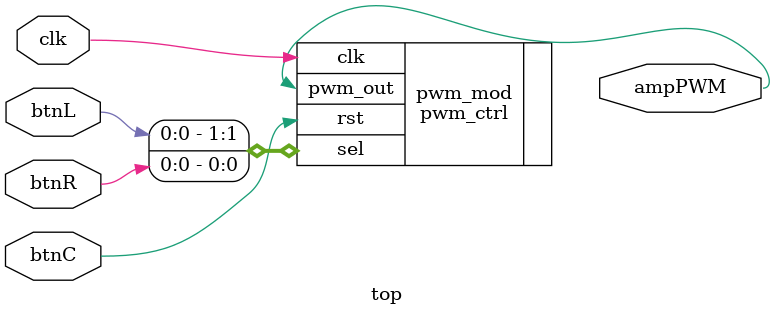
<source format=sv>


module top
    (input  logic clk, btnC,
     input  logic btnL, btnR,
     output logic ampPWM);

    pwm_ctrl pwm_mod(.clk,
                    .rst(btnC),
                    .sel({btnL,btnR}),
                    .pwm_out(ampPWM));
endmodule: top

</source>
